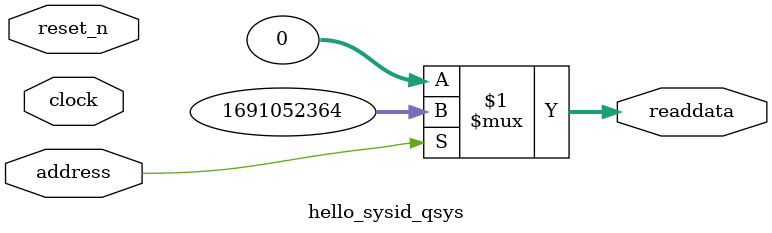
<source format=v>



// synthesis translate_off
`timescale 1ns / 1ps
// synthesis translate_on

// turn off superfluous verilog processor warnings 
// altera message_level Level1 
// altera message_off 10034 10035 10036 10037 10230 10240 10030 

module hello_sysid_qsys (
               // inputs:
                address,
                clock,
                reset_n,

               // outputs:
                readdata
             )
;

  output  [ 31: 0] readdata;
  input            address;
  input            clock;
  input            reset_n;

  wire    [ 31: 0] readdata;
  //control_slave, which is an e_avalon_slave
  assign readdata = address ? 1691052364 : 0;

endmodule



</source>
